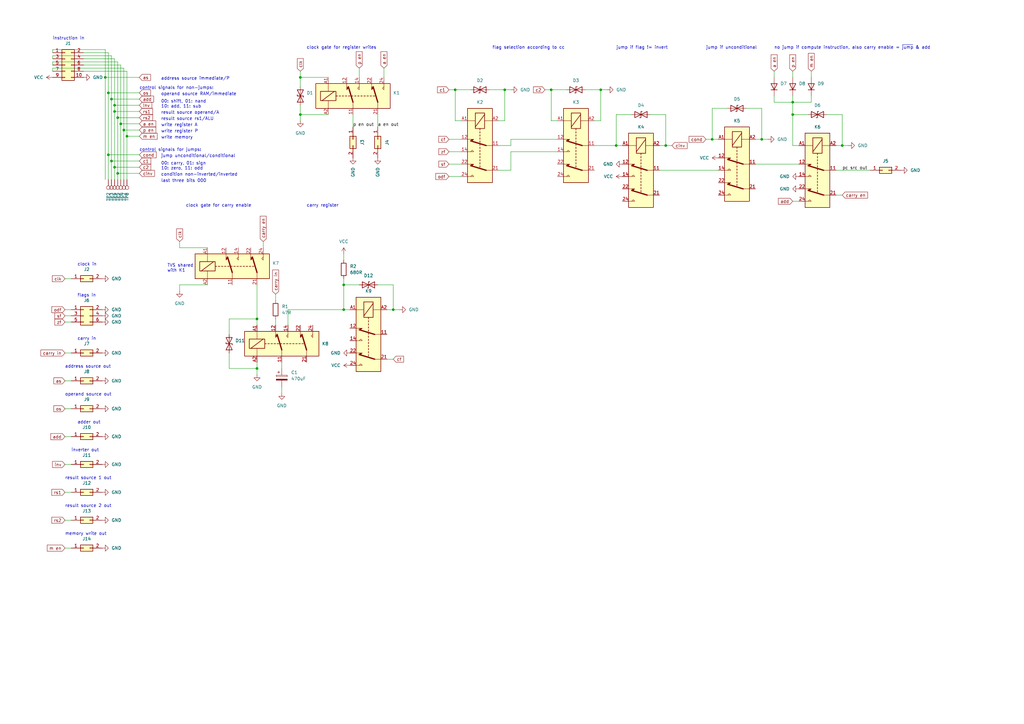
<source format=kicad_sch>
(kicad_sch (version 20230121) (generator eeschema)
  (paper "A3")
  (lib_symbols
    (symbol "Connector:TestPoint" (pin_numbers hide) (pin_names (offset 0.762) hide)
      (property "Reference" "TP" (at 0 6.858 0))
      (property "Value" "TestPoint" (at 0 5.08 0))
      (symbol "TestPoint_0_1"
        (circle (center 0 3.302) (radius 0.762))
      )
      (symbol "TestPoint_1_1"
        (pin passive line (at 0 0 90) (length 2.54) (name "1") (number "1"))
      )
    )
    (symbol "Connector_Generic:Conn_02x01" (pin_names (offset 1.016) hide)
      (property "Reference" "J" (at 1.27 2.54 0))
      (property "Value" "Conn_02x01" (at 1.27 -2.54 0))
      (symbol "Conn_02x01_1_1"
        (rectangle (start -1.27 0.127) (end 0 -0.127) (stroke (width 0.1524)))
        (rectangle (start -1.27 1.27) (end 3.81 -1.27) (stroke (width 0.254)) (fill (type background)))
        (rectangle (start 3.81 0.127) (end 2.54 -0.127) (stroke (width 0.1524)))
        (pin passive line (at -5.08 0 0) (length 3.81) (name "Pin_1") (number "1"))
        (pin passive line (at 7.62 0 180) (length 3.81) (name "Pin_2") (number "2"))
      )
    )
    (symbol "Connector_Generic:Conn_02x03_Odd_Even" (pin_names (offset 1.016) hide)
      (property "Reference" "J" (at 1.27 5.08 0))
      (property "Value" "Conn_02x03_Odd_Even" (at 1.27 -5.08 0))
      (symbol "Conn_02x03_Odd_Even_1_1"
        (rectangle (start -1.27 -2.413) (end 0 -2.667) (stroke (width 0.1524)))
        (rectangle (start -1.27 0.127) (end 0 -0.127) (stroke (width 0.1524)))
        (rectangle (start -1.27 2.667) (end 0 2.413) (stroke (width 0.1524)))
        (rectangle (start -1.27 3.81) (end 3.81 -3.81) (stroke (width 0.254)) (fill (type background)))
        (rectangle (start 3.81 -2.413) (end 2.54 -2.667) (stroke (width 0.1524)))
        (rectangle (start 3.81 0.127) (end 2.54 -0.127) (stroke (width 0.1524)))
        (rectangle (start 3.81 2.667) (end 2.54 2.413) (stroke (width 0.1524)))
        (pin passive line (at -5.08 2.54 0) (length 3.81) (name "Pin_1") (number "1"))
        (pin passive line (at 7.62 2.54 180) (length 3.81) (name "Pin_2") (number "2"))
        (pin passive line (at -5.08 0 0) (length 3.81) (name "Pin_3") (number "3"))
        (pin passive line (at 7.62 0 180) (length 3.81) (name "Pin_4") (number "4"))
        (pin passive line (at -5.08 -2.54 0) (length 3.81) (name "Pin_5") (number "5"))
        (pin passive line (at 7.62 -2.54 180) (length 3.81) (name "Pin_6") (number "6"))
      )
    )
    (symbol "Connector_Generic:Conn_02x05_Odd_Even" (pin_names (offset 1.016) hide)
      (property "Reference" "J" (at 1.27 7.62 0))
      (property "Value" "Conn_02x05_Odd_Even" (at 1.27 -7.62 0))
      (symbol "Conn_02x05_Odd_Even_1_1"
        (rectangle (start -1.27 -4.953) (end 0 -5.207) (stroke (width 0.1524)))
        (rectangle (start -1.27 -2.413) (end 0 -2.667) (stroke (width 0.1524)))
        (rectangle (start -1.27 0.127) (end 0 -0.127) (stroke (width 0.1524)))
        (rectangle (start -1.27 2.667) (end 0 2.413) (stroke (width 0.1524)))
        (rectangle (start -1.27 5.207) (end 0 4.953) (stroke (width 0.1524)))
        (rectangle (start -1.27 6.35) (end 3.81 -6.35) (stroke (width 0.254)) (fill (type background)))
        (rectangle (start 3.81 -4.953) (end 2.54 -5.207) (stroke (width 0.1524)))
        (rectangle (start 3.81 -2.413) (end 2.54 -2.667) (stroke (width 0.1524)))
        (rectangle (start 3.81 0.127) (end 2.54 -0.127) (stroke (width 0.1524)))
        (rectangle (start 3.81 2.667) (end 2.54 2.413) (stroke (width 0.1524)))
        (rectangle (start 3.81 5.207) (end 2.54 4.953) (stroke (width 0.1524)))
        (pin passive line (at -5.08 5.08 0) (length 3.81) (name "Pin_1") (number "1"))
        (pin passive line (at 7.62 -5.08 180) (length 3.81) (name "Pin_10") (number "10"))
        (pin passive line (at 7.62 5.08 180) (length 3.81) (name "Pin_2") (number "2"))
        (pin passive line (at -5.08 2.54 0) (length 3.81) (name "Pin_3") (number "3"))
        (pin passive line (at 7.62 2.54 180) (length 3.81) (name "Pin_4") (number "4"))
        (pin passive line (at -5.08 0 0) (length 3.81) (name "Pin_5") (number "5"))
        (pin passive line (at 7.62 0 180) (length 3.81) (name "Pin_6") (number "6"))
        (pin passive line (at -5.08 -2.54 0) (length 3.81) (name "Pin_7") (number "7"))
        (pin passive line (at 7.62 -2.54 180) (length 3.81) (name "Pin_8") (number "8"))
        (pin passive line (at -5.08 -5.08 0) (length 3.81) (name "Pin_9") (number "9"))
      )
    )
    (symbol "Device:C_Polarized" (pin_numbers hide) (pin_names (offset 0.254))
      (property "Reference" "C" (at 0.635 2.54 0))
      (property "Value" "C_Polarized" (at 0.635 -2.54 0))
      (symbol "C_Polarized_0_1"
        (rectangle (start -2.286 0.508) (end 2.286 1.016))
        (polyline (pts (xy -1.778 2.286) (xy -0.762 2.286)))
        (polyline (pts (xy -1.27 2.794) (xy -1.27 1.778)))
        (rectangle (start 2.286 -0.508) (end -2.286 -1.016) (fill (type outline)))
      )
      (symbol "C_Polarized_1_1"
        (pin passive line (at 0 3.81 270) (length 2.794) (name "~") (number "1"))
        (pin passive line (at 0 -3.81 90) (length 2.794) (name "~") (number "2"))
      )
    )
    (symbol "Device:D" (pin_numbers hide) (pin_names (offset 1.016) hide)
      (property "Reference" "D" (at 0 2.54 0))
      (property "Value" "D" (at 0 -2.54 0))
      (symbol "D_0_1"
        (polyline (pts (xy -1.27 1.27) (xy -1.27 -1.27)) (stroke (width 0.254)))
        (polyline (pts (xy 1.27 0) (xy -1.27 0)))
        (polyline (pts (xy 1.27 1.27) (xy 1.27 -1.27) (xy -1.27 0) (xy 1.27 1.27)) (stroke (width 0.254)))
      )
      (symbol "D_1_1"
        (pin passive line (at -3.81 0 0) (length 2.54) (name "K") (number "1"))
        (pin passive line (at 3.81 0 180) (length 2.54) (name "A") (number "2"))
      )
    )
    (symbol "Device:D_TVS" (pin_numbers hide) (pin_names (offset 1.016) hide)
      (property "Reference" "D" (at 0 2.54 0))
      (property "Value" "D_TVS" (at 0 -2.54 0))
      (symbol "D_TVS_0_1"
        (polyline (pts (xy 1.27 0) (xy -1.27 0)))
        (polyline (pts (xy 0.508 1.27) (xy 0 1.27) (xy 0 -1.27) (xy -0.508 -1.27)) (stroke (width 0.254)))
        (polyline (pts (xy -2.54 1.27) (xy -2.54 -1.27) (xy 2.54 1.27) (xy 2.54 -1.27) (xy -2.54 1.27)) (stroke (width 0.254)))
      )
      (symbol "D_TVS_1_1"
        (pin passive line (at -3.81 0 0) (length 2.54) (name "A1") (number "1"))
        (pin passive line (at 3.81 0 180) (length 2.54) (name "A2") (number "2"))
      )
    )
    (symbol "Device:R" (pin_numbers hide) (pin_names (offset 0))
      (property "Reference" "R" (at 2.032 0 90))
      (property "Value" "R" (at 0 0 90))
      (symbol "R_0_1"
        (rectangle (start -1.016 -2.54) (end 1.016 2.54) (stroke (width 0.254)))
      )
      (symbol "R_1_1"
        (pin passive line (at 0 3.81 270) (length 1.27) (name "~") (number "1"))
        (pin passive line (at 0 -3.81 90) (length 1.27) (name "~") (number "2"))
      )
    )
    (symbol "Relay:Relay_DPDT"
      (property "Reference" "K" (at 16.51 3.81 0))
      (property "Value" "Relay_DPDT" (at 16.51 1.27 0))
      (symbol "Relay_DPDT_0_1"
        (rectangle (start -15.24 5.08) (end 15.24 -5.08) (stroke (width 0.254)) (fill (type background)))
        (rectangle (start -13.335 1.905) (end -6.985 -1.905) (stroke (width 0.254)))
        (polyline (pts (xy -12.7 -1.905) (xy -7.62 1.905)) (stroke (width 0.254)))
        (polyline (pts (xy -10.16 -5.08) (xy -10.16 -1.905)))
        (polyline (pts (xy -10.16 5.08) (xy -10.16 1.905)))
        (polyline (pts (xy -6.985 0) (xy -6.35 0)) (stroke (width 0.254)))
        (polyline (pts (xy -5.715 0) (xy -5.08 0)) (stroke (width 0.254)))
        (polyline (pts (xy -4.445 0) (xy -3.81 0)) (stroke (width 0.254)))
        (polyline (pts (xy -3.175 0) (xy -2.54 0)) (stroke (width 0.254)))
        (polyline (pts (xy -1.905 0) (xy -1.27 0)) (stroke (width 0.254)))
        (polyline (pts (xy -0.635 0) (xy 0 0)) (stroke (width 0.254)))
        (polyline (pts (xy 0 -2.54) (xy -1.905 3.81)) (stroke (width 0.508)))
        (polyline (pts (xy 0 -2.54) (xy 0 -5.08)))
        (polyline (pts (xy 0.635 0) (xy 1.27 0)) (stroke (width 0.254)))
        (polyline (pts (xy 1.905 0) (xy 2.54 0)) (stroke (width 0.254)))
        (polyline (pts (xy 3.175 0) (xy 3.81 0)) (stroke (width 0.254)))
        (polyline (pts (xy 4.445 0) (xy 5.08 0)) (stroke (width 0.254)))
        (polyline (pts (xy 5.715 0) (xy 6.35 0)) (stroke (width 0.254)))
        (polyline (pts (xy 6.985 0) (xy 7.62 0)) (stroke (width 0.254)))
        (polyline (pts (xy 8.255 0) (xy 8.89 0)) (stroke (width 0.254)))
        (polyline (pts (xy 10.16 -2.54) (xy 8.255 3.81)) (stroke (width 0.508)))
        (polyline (pts (xy 10.16 -2.54) (xy 10.16 -5.08)))
        (polyline (pts (xy -2.54 5.08) (xy -2.54 2.54) (xy -1.905 3.175) (xy -2.54 3.81)) (fill (type outline)))
        (polyline (pts (xy 2.54 5.08) (xy 2.54 2.54) (xy 1.905 3.175) (xy 2.54 3.81)))
        (polyline (pts (xy 7.62 5.08) (xy 7.62 2.54) (xy 8.255 3.175) (xy 7.62 3.81)) (fill (type outline)))
        (polyline (pts (xy 12.7 5.08) (xy 12.7 2.54) (xy 12.065 3.175) (xy 12.7 3.81)))
      )
      (symbol "Relay_DPDT_1_1"
        (pin passive line (at 0 -7.62 90) (length 2.54) (name "~") (number "11"))
        (pin passive line (at -2.54 7.62 270) (length 2.54) (name "~") (number "12"))
        (pin passive line (at 2.54 7.62 270) (length 2.54) (name "~") (number "14"))
        (pin passive line (at 10.16 -7.62 90) (length 2.54) (name "~") (number "21"))
        (pin passive line (at 7.62 7.62 270) (length 2.54) (name "~") (number "22"))
        (pin passive line (at 12.7 7.62 270) (length 2.54) (name "~") (number "24"))
        (pin passive line (at -10.16 7.62 270) (length 2.54) (name "~") (number "A1"))
        (pin passive line (at -10.16 -7.62 90) (length 2.54) (name "~") (number "A2"))
      )
    )
    (symbol "power:GND" (power) (pin_names (offset 0))
      (property "Value" "GND" (at 0 -3.81 0))
      (symbol "GND_0_1"
        (polyline (pts (xy 0 0) (xy 0 -1.27) (xy 1.27 -1.27) (xy 0 -2.54) (xy -1.27 -1.27) (xy 0 -1.27)))
      )
      (symbol "GND_1_1"
        (pin power_in line (at 0 0 270) (length 0) hide (name "GND") (number "1"))
      )
    )
    (symbol "power:VCC" (power) (pin_names (offset 0))
      (property "Value" "VCC" (at 0 3.81 0))
      (symbol "VCC_0_1"
        (polyline (pts (xy -0.762 1.27) (xy 0 2.54)))
        (polyline (pts (xy 0 0) (xy 0 2.54)))
        (polyline (pts (xy 0 2.54) (xy 0.762 1.27)))
      )
      (symbol "VCC_1_1"
        (pin power_in line (at 0 0 90) (length 0) hide (name "VCC") (number "1"))
      )
    )
  )
  (junction (at 207.01 36.83))
  (junction (at 252.73 59.69))
  (junction (at 46.99 45.72))
  (junction (at 123.19 31.75))
  (junction (at 105.41 151.13))
  (junction (at 140.97 127))
  (junction (at 50.8 53.34))
  (junction (at 45.72 66.04))
  (junction (at 186.69 36.83))
  (junction (at 312.42 57.15))
  (junction (at 325.12 41.91))
  (junction (at 48.26 71.12))
  (junction (at 345.44 59.69))
  (junction (at 49.53 50.8))
  (junction (at 140.97 116.84))
  (junction (at 123.19 46.99))
  (junction (at 44.45 38.1))
  (junction (at 105.41 130.81))
  (junction (at 292.1 57.15))
  (junction (at 325.12 46.99))
  (junction (at 52.07 55.88))
  (junction (at 161.29 127))
  (junction (at 45.72 40.64))
  (junction (at 46.99 68.58))
  (junction (at 226.06 36.83))
  (junction (at 246.38 36.83))
  (junction (at 273.05 59.69))
  (junction (at 48.26 48.26))
  (junction (at 44.45 63.5))
  (junction (at 46.99 43.18))
  (junction (at 43.18 31.75))
  (wire (pts (xy 26.67 190.5) (xy 29.21 190.5)))
  (wire (pts (xy 186.69 49.53) (xy 189.23 49.53)))
  (wire (pts (xy 273.05 46.99) (xy 266.7 46.99)))
  (wire (pts (xy 209.55 36.83) (xy 207.01 36.83)))
  (wire (pts (xy 44.45 63.5) (xy 44.45 73.66)))
  (wire (pts (xy 44.45 38.1) (xy 44.45 63.5)))
  (wire (pts (xy 140.97 104.14) (xy 140.97 106.68)))
  (wire (pts (xy 312.42 57.15) (xy 314.96 57.15)))
  (wire (pts (xy 161.29 127) (xy 158.75 127)))
  (wire (pts (xy 48.26 71.12) (xy 57.15 71.12)))
  (wire (pts (xy 44.45 38.1) (xy 57.15 38.1)))
  (wire (pts (xy 107.95 99.06) (xy 107.95 101.6)))
  (wire (pts (xy 93.98 137.16) (xy 93.98 130.81)))
  (wire (pts (xy 140.97 114.3) (xy 140.97 116.84)))
  (wire (pts (xy 73.66 116.84) (xy 85.09 116.84)))
  (wire (pts (xy 312.42 44.45) (xy 306.07 44.45)))
  (wire (pts (xy 332.74 39.37) (xy 332.74 41.91)))
  (wire (pts (xy 184.15 57.15) (xy 189.23 57.15)))
  (wire (pts (xy 186.69 49.53) (xy 186.69 36.83)))
  (wire (pts (xy 325.12 39.37) (xy 325.12 41.91)))
  (wire (pts (xy 26.67 132.08) (xy 29.21 132.08)))
  (wire (pts (xy 325.12 41.91) (xy 325.12 46.99)))
  (wire (pts (xy 147.32 116.84) (xy 140.97 116.84)))
  (wire (pts (xy 52.07 55.88) (xy 52.07 73.66)))
  (wire (pts (xy 50.8 53.34) (xy 50.8 73.66)))
  (wire (pts (xy 252.73 46.99) (xy 259.08 46.99)))
  (wire (pts (xy 73.66 101.6) (xy 85.09 101.6)))
  (wire (pts (xy 226.06 49.53) (xy 226.06 36.83)))
  (wire (pts (xy 246.38 49.53) (xy 246.38 36.83)))
  (wire (pts (xy 270.51 59.69) (xy 273.05 59.69)))
  (wire (pts (xy 252.73 59.69) (xy 252.73 46.99)))
  (wire (pts (xy 273.05 59.69) (xy 275.59 59.69)))
  (wire (pts (xy 21.59 25.4) (xy 48.26 25.4)))
  (wire (pts (xy 243.84 49.53) (xy 246.38 49.53)))
  (wire (pts (xy 123.19 31.75) (xy 134.62 31.75)))
  (wire (pts (xy 157.48 27.94) (xy 157.48 31.75)))
  (wire (pts (xy 93.98 144.78) (xy 93.98 151.13)))
  (wire (pts (xy 248.92 36.83) (xy 246.38 36.83)))
  (wire (pts (xy 327.66 59.69) (xy 325.12 59.69)))
  (wire (pts (xy 49.53 50.8) (xy 49.53 73.66)))
  (wire (pts (xy 294.64 57.15) (xy 292.1 57.15)))
  (wire (pts (xy 309.88 67.31) (xy 327.66 67.31)))
  (wire (pts (xy 123.19 43.18) (xy 123.19 46.99)))
  (wire (pts (xy 105.41 151.13) (xy 105.41 148.59)))
  (wire (pts (xy 209.55 69.85) (xy 209.55 62.23)))
  (wire (pts (xy 45.72 66.04) (xy 57.15 66.04)))
  (wire (pts (xy 45.72 22.86) (xy 45.72 40.64)))
  (wire (pts (xy 325.12 41.91) (xy 332.74 41.91)))
  (wire (pts (xy 209.55 62.23) (xy 228.6 62.23)))
  (wire (pts (xy 44.45 21.59) (xy 44.45 38.1)))
  (wire (pts (xy 93.98 130.81) (xy 105.41 130.81)))
  (wire (pts (xy 26.67 114.3) (xy 29.21 114.3)))
  (wire (pts (xy 48.26 48.26) (xy 57.15 48.26)))
  (wire (pts (xy 184.15 67.31) (xy 189.23 67.31)))
  (wire (pts (xy 325.12 82.55) (xy 327.66 82.55)))
  (wire (pts (xy 49.53 26.67) (xy 49.53 50.8)))
  (wire (pts (xy 317.5 29.21) (xy 317.5 31.75)))
  (wire (pts (xy 345.44 46.99) (xy 339.09 46.99)))
  (wire (pts (xy 325.12 46.99) (xy 331.47 46.99)))
  (wire (pts (xy 21.59 21.59) (xy 21.59 20.32)))
  (wire (pts (xy 26.67 156.21) (xy 29.21 156.21)))
  (wire (pts (xy 21.59 24.13) (xy 21.59 22.86)))
  (wire (pts (xy 52.07 55.88) (xy 57.15 55.88)))
  (wire (pts (xy 21.59 22.86) (xy 45.72 22.86)))
  (wire (pts (xy 26.67 201.93) (xy 29.21 201.93)))
  (wire (pts (xy 46.99 43.18) (xy 46.99 45.72)))
  (wire (pts (xy 105.41 151.13) (xy 105.41 153.67)))
  (wire (pts (xy 21.59 20.32) (xy 43.18 20.32)))
  (wire (pts (xy 345.44 59.69) (xy 347.98 59.69)))
  (wire (pts (xy 34.29 21.59) (xy 44.45 21.59)))
  (wire (pts (xy 115.57 148.59) (xy 115.57 151.13)))
  (wire (pts (xy 26.67 144.78) (xy 29.21 144.78)))
  (wire (pts (xy 154.94 46.99) (xy 154.94 52.07)))
  (wire (pts (xy 226.06 36.83) (xy 232.41 36.83)))
  (wire (pts (xy 332.74 29.21) (xy 332.74 31.75)))
  (wire (pts (xy 123.19 35.56) (xy 123.19 31.75)))
  (wire (pts (xy 26.67 167.64) (xy 29.21 167.64)))
  (wire (pts (xy 45.72 40.64) (xy 57.15 40.64)))
  (wire (pts (xy 73.66 119.38) (xy 73.66 116.84)))
  (wire (pts (xy 184.15 62.23) (xy 189.23 62.23)))
  (wire (pts (xy 292.1 57.15) (xy 292.1 44.45)))
  (wire (pts (xy 289.56 57.15) (xy 292.1 57.15)))
  (wire (pts (xy 161.29 127) (xy 163.83 127)))
  (wire (pts (xy 45.72 40.64) (xy 45.72 66.04)))
  (wire (pts (xy 50.8 27.94) (xy 50.8 53.34)))
  (wire (pts (xy 252.73 59.69) (xy 255.27 59.69)))
  (wire (pts (xy 46.99 24.13) (xy 46.99 43.18)))
  (wire (pts (xy 342.9 80.01) (xy 345.44 80.01)))
  (wire (pts (xy 113.03 130.81) (xy 113.03 133.35)))
  (wire (pts (xy 184.15 72.39) (xy 189.23 72.39)))
  (wire (pts (xy 325.12 29.21) (xy 325.12 31.75)))
  (wire (pts (xy 43.18 31.75) (xy 43.18 73.66)))
  (wire (pts (xy 204.47 59.69) (xy 209.55 59.69)))
  (wire (pts (xy 49.53 50.8) (xy 57.15 50.8)))
  (wire (pts (xy 147.32 27.94) (xy 147.32 31.75)))
  (wire (pts (xy 223.52 36.83) (xy 226.06 36.83)))
  (wire (pts (xy 207.01 49.53) (xy 207.01 36.83)))
  (wire (pts (xy 184.15 36.83) (xy 186.69 36.83)))
  (wire (pts (xy 140.97 127) (xy 143.51 127)))
  (wire (pts (xy 46.99 43.18) (xy 57.15 43.18)))
  (wire (pts (xy 273.05 59.69) (xy 273.05 46.99)))
  (wire (pts (xy 26.67 213.36) (xy 29.21 213.36)))
  (wire (pts (xy 312.42 57.15) (xy 312.42 44.45)))
  (wire (pts (xy 209.55 59.69) (xy 209.55 57.15)))
  (wire (pts (xy 118.11 127) (xy 140.97 127)))
  (wire (pts (xy 161.29 116.84) (xy 161.29 127)))
  (wire (pts (xy 207.01 36.83) (xy 200.66 36.83)))
  (wire (pts (xy 317.5 39.37) (xy 317.5 41.91)))
  (wire (pts (xy 115.57 158.75) (xy 115.57 161.29)))
  (wire (pts (xy 50.8 53.34) (xy 57.15 53.34)))
  (wire (pts (xy 243.84 59.69) (xy 252.73 59.69)))
  (wire (pts (xy 46.99 68.58) (xy 57.15 68.58)))
  (wire (pts (xy 48.26 71.12) (xy 48.26 73.66)))
  (wire (pts (xy 34.29 29.21) (xy 52.07 29.21)))
  (wire (pts (xy 105.41 116.84) (xy 105.41 130.81)))
  (wire (pts (xy 21.59 26.67) (xy 21.59 25.4)))
  (wire (pts (xy 34.29 26.67) (xy 49.53 26.67)))
  (wire (pts (xy 43.18 31.75) (xy 57.15 31.75)))
  (wire (pts (xy 73.66 101.6) (xy 73.66 99.06)))
  (wire (pts (xy 345.44 59.69) (xy 345.44 46.99)))
  (wire (pts (xy 48.26 25.4) (xy 48.26 48.26)))
  (wire (pts (xy 342.9 59.69) (xy 345.44 59.69)))
  (wire (pts (xy 309.88 57.15) (xy 312.42 57.15)))
  (wire (pts (xy 113.03 120.65) (xy 113.03 123.19)))
  (wire (pts (xy 123.19 31.75) (xy 123.19 29.21)))
  (wire (pts (xy 317.5 41.91) (xy 325.12 41.91)))
  (wire (pts (xy 52.07 29.21) (xy 52.07 55.88)))
  (wire (pts (xy 325.12 59.69) (xy 325.12 46.99)))
  (wire (pts (xy 105.41 130.81) (xy 105.41 133.35)))
  (wire (pts (xy 204.47 69.85) (xy 209.55 69.85)))
  (wire (pts (xy 21.59 29.21) (xy 21.59 27.94)))
  (wire (pts (xy 45.72 66.04) (xy 45.72 73.66)))
  (wire (pts (xy 123.19 49.53) (xy 123.19 46.99)))
  (wire (pts (xy 123.19 46.99) (xy 134.62 46.99)))
  (wire (pts (xy 46.99 45.72) (xy 57.15 45.72)))
  (wire (pts (xy 186.69 36.83) (xy 193.04 36.83)))
  (wire (pts (xy 48.26 48.26) (xy 48.26 71.12)))
  (wire (pts (xy 292.1 44.45) (xy 298.45 44.45)))
  (wire (pts (xy 21.59 27.94) (xy 50.8 27.94)))
  (wire (pts (xy 226.06 49.53) (xy 228.6 49.53)))
  (wire (pts (xy 118.11 133.35) (xy 118.11 127)))
  (wire (pts (xy 246.38 36.83) (xy 240.03 36.83)))
  (wire (pts (xy 34.29 24.13) (xy 46.99 24.13)))
  (wire (pts (xy 209.55 57.15) (xy 228.6 57.15)))
  (wire (pts (xy 270.51 69.85) (xy 294.64 69.85)))
  (wire (pts (xy 46.99 45.72) (xy 46.99 68.58)))
  (wire (pts (xy 140.97 116.84) (xy 140.97 127)))
  (wire (pts (xy 158.75 147.32) (xy 161.29 147.32)))
  (wire (pts (xy 154.94 116.84) (xy 161.29 116.84)))
  (wire (pts (xy 44.45 63.5) (xy 57.15 63.5)))
  (wire (pts (xy 43.18 20.32) (xy 43.18 31.75)))
  (wire (pts (xy 144.78 46.99) (xy 144.78 52.07)))
  (wire (pts (xy 26.67 179.07) (xy 29.21 179.07)))
  (wire (pts (xy 46.99 68.58) (xy 46.99 73.66)))
  (wire (pts (xy 26.67 224.79) (xy 29.21 224.79)))
  (wire (pts (xy 26.67 129.54) (xy 29.21 129.54)))
  (wire (pts (xy 342.9 69.85) (xy 356.87 69.85)))
  (wire (pts (xy 93.98 151.13) (xy 105.41 151.13)))
  (wire (pts (xy 26.67 127) (xy 29.21 127)))
  (wire (pts (xy 204.47 49.53) (xy 207.01 49.53)))
  (text "result source 2 out\n" (at 26.67 208.28 0) (effects (font (size 1.27 1.27)) (justify left bottom)))
  (text "control signals for jumps:" (at 57.15 62.23 0) (effects (font (size 1.27 1.27)) (justify left bottom)))
  (text "address source out" (at 26.67 151.13 0) (effects (font (size 1.27 1.27)) (justify left bottom)))
  (text "jump unconditional/conditional" (at 66.04 64.77 0) (effects (font (size 1.27 1.27)) (justify left bottom)))
  (text "carry register" (at 125.73 85.09 0) (effects (font (size 1.27 1.27)) (justify left bottom)))
  (text "instruction in" (at 21.59 16.51 0) (effects (font (size 1.27 1.27)) (justify left bottom)))
  (text "write register P" (at 66.04 54.61 0) (effects (font (size 1.27 1.27)) (justify left bottom)))
  (text "flags in" (at 31.75 121.92 0) (effects (font (size 1.27 1.27)) (justify left bottom)))
  (text "clock gate for register writes" (at 125.73 20.32 0) (effects (font (size 1.27 1.27)) (justify left bottom)))
  (text "result source 1 out" (at 26.67 196.85 0) (effects (font (size 1.27 1.27)) (justify left bottom)))
  (text "carry in" (at 31.75 139.7 0) (effects (font (size 1.27 1.27)) (justify left bottom)))
  (text "jump if flag != invert" (at 252.73 20.32 0) (effects (font (size 1.27 1.27)) (justify left bottom)))
  (text "00: carry, 01: sign\n10: zero, 11: odd" (at 66.04 69.85 0) (effects (font (size 1.27 1.27)) (justify left bottom)))
  (text "last three bits 000" (at 66.04 74.93 0) (effects (font (size 1.27 1.27)) (justify left bottom)))
  (text "flag selection according to cc" (at 201.93 20.32 0) (effects (font (size 1.27 1.27)) (justify left bottom)))
  (text "jump if unconditional" (at 289.56 20.32 0) (effects (font (size 1.27 1.27)) (justify left bottom)))
  (text "result source rs1/ALU" (at 66.04 49.53 0) (effects (font (size 1.27 1.27)) (justify left bottom)))
  (text "memory write out" (at 26.67 219.71 0) (effects (font (size 1.27 1.27)) (justify left bottom)))
  (text "operand source out" (at 26.67 162.56 0) (effects (font (size 1.27 1.27)) (justify left bottom)))
  (text "00: shift, 01: nand\n10: add, 11: sub" (at 66.04 44.45 0) (effects (font (size 1.27 1.27)) (justify left bottom)))
  (text "write memory" (at 66.04 57.15 0) (effects (font (size 1.27 1.27)) (justify left bottom)))
  (text "TVS shared\nwith K1" (at 68.58 111.76 0) (effects (font (size 1.27 1.27)) (justify left bottom)))
  (text "write register A" (at 66.04 52.07 0) (effects (font (size 1.27 1.27)) (justify left bottom)))
  (text "condition non-inverted/inverted" (at 66.04 72.39 0) (effects (font (size 1.27 1.27)) (justify left bottom)))
  (text "no jump if compute instruction, also carry enable = ~{jump} & add" (at 317.5 20.32 0) (effects (font (size 1.27 1.27)) (justify left bottom)))
  (text "clock gate for carry enable" (at 76.2 85.09 0) (effects (font (size 1.27 1.27)) (justify left bottom)))
  (text "operand source RAM/immediate" (at 66.04 39.37 0) (effects (font (size 1.27 1.27)) (justify left bottom)))
  (text "result source operand/A" (at 66.04 46.99 0) (effects (font (size 1.27 1.27)) (justify left bottom)))
  (text "adder out" (at 31.75 173.99 0) (effects (font (size 1.27 1.27)) (justify left bottom)))
  (text "control signals for non-jumps:" (at 57.15 36.83 0) (effects (font (size 1.27 1.27)) (justify left bottom)))
  (text "address source immediate/P" (at 66.04 33.02 0) (effects (font (size 1.27 1.27)) (justify left bottom)))
  (text "inverter out" (at 29.21 185.42 0) (effects (font (size 1.27 1.27)) (justify left bottom)))
  (text "clock in" (at 31.75 109.22 0) (effects (font (size 1.27 1.27)) (justify left bottom)))
  (label "a en out" (at 154.94 52.07 0))
  (label "p en out" (at 144.78 52.07 0))
  (label "pc src out" (at 345.44 69.85 0))
  (global_label "as" (shape input) (at 26.67 156.21 180) (property "Intersheetrefs" "${INTERSHEET_REFS}" (effects hide)))
  (global_label "odf" (shape input) (at 184.15 72.39 180) (property "Intersheetrefs" "${INTERSHEET_REFS}" (effects hide)))
  (global_label "rs2" (shape input) (at 26.67 213.36 180) (property "Intersheetrefs" "${INTERSHEET_REFS}" (effects hide)))
  (global_label "add" (shape input) (at 325.12 82.55 180) (property "Intersheetrefs" "${INTERSHEET_REFS}" (effects hide)))
  (global_label "inv" (shape input) (at 57.15 43.18 0) (property "Intersheetrefs" "${INTERSHEET_REFS}" (effects hide)))
  (global_label "c1" (shape input) (at 184.15 36.83 180) (property "Intersheetrefs" "${INTERSHEET_REFS}" (effects hide)))
  (global_label "p en" (shape input) (at 147.32 27.94 90) (property "Intersheetrefs" "${INTERSHEET_REFS}" (effects hide)))
  (global_label "c1" (shape input) (at 57.15 66.04 0) (property "Intersheetrefs" "${INTERSHEET_REFS}" (effects hide)))
  (global_label "cond" (shape input) (at 57.15 63.5 0) (property "Intersheetrefs" "${INTERSHEET_REFS}" (effects hide)))
  (global_label "zf" (shape input) (at 26.67 132.08 180) (property "Intersheetrefs" "${INTERSHEET_REFS}" (effects hide)))
  (global_label "rs1" (shape input) (at 26.67 201.93 180) (property "Intersheetrefs" "${INTERSHEET_REFS}" (effects hide)))
  (global_label "rs2" (shape input) (at 57.15 48.26 0) (property "Intersheetrefs" "${INTERSHEET_REFS}" (effects hide)))
  (global_label "a en" (shape input) (at 57.15 50.8 0) (property "Intersheetrefs" "${INTERSHEET_REFS}" (effects hide)))
  (global_label "a en" (shape input) (at 157.48 27.94 90) (property "Intersheetrefs" "${INTERSHEET_REFS}" (effects hide)))
  (global_label "m en" (shape input) (at 332.74 29.21 90) (property "Intersheetrefs" "${INTERSHEET_REFS}" (effects hide)))
  (global_label "c2" (shape input) (at 57.15 68.58 0) (property "Intersheetrefs" "${INTERSHEET_REFS}" (effects hide)))
  (global_label "zf" (shape input) (at 184.15 62.23 180) (property "Intersheetrefs" "${INTERSHEET_REFS}" (effects hide)))
  (global_label "cinv" (shape input) (at 57.15 71.12 0) (property "Intersheetrefs" "${INTERSHEET_REFS}" (effects hide)))
  (global_label "carry en" (shape input) (at 107.95 99.06 90) (property "Intersheetrefs" "${INTERSHEET_REFS}" (effects hide)))
  (global_label "cf" (shape input) (at 184.15 57.15 180) (property "Intersheetrefs" "${INTERSHEET_REFS}" (effects hide)))
  (global_label "inv" (shape input) (at 26.67 190.5 180) (property "Intersheetrefs" "${INTERSHEET_REFS}" (effects hide)))
  (global_label "c2" (shape input) (at 223.52 36.83 180) (property "Intersheetrefs" "${INTERSHEET_REFS}" (effects hide)))
  (global_label "carry in" (shape input) (at 113.03 120.65 90) (property "Intersheetrefs" "${INTERSHEET_REFS}" (effects hide)))
  (global_label "cond" (shape input) (at 289.56 57.15 180) (property "Intersheetrefs" "${INTERSHEET_REFS}" (effects hide)))
  (global_label "m en" (shape input) (at 26.67 224.79 180) (property "Intersheetrefs" "${INTERSHEET_REFS}" (effects hide)))
  (global_label "clk" (shape input) (at 26.67 114.3 180) (property "Intersheetrefs" "${INTERSHEET_REFS}" (effects hide)))
  (global_label "clk" (shape input) (at 123.19 29.21 90) (property "Intersheetrefs" "${INTERSHEET_REFS}" (effects hide)))
  (global_label "a en" (shape input) (at 317.5 29.21 90) (property "Intersheetrefs" "${INTERSHEET_REFS}" (effects hide)))
  (global_label "odf" (shape input) (at 26.67 127 180) (property "Intersheetrefs" "${INTERSHEET_REFS}" (effects hide)))
  (global_label "as" (shape input) (at 57.15 31.75 0) (property "Intersheetrefs" "${INTERSHEET_REFS}" (effects hide)))
  (global_label "add" (shape input) (at 26.67 179.07 180) (property "Intersheetrefs" "${INTERSHEET_REFS}" (effects hide)))
  (global_label "p en" (shape input) (at 325.12 29.21 90) (property "Intersheetrefs" "${INTERSHEET_REFS}" (effects hide)))
  (global_label "os" (shape input) (at 26.67 167.64 180) (property "Intersheetrefs" "${INTERSHEET_REFS}" (effects hide)))
  (global_label "m en" (shape input) (at 57.15 55.88 0) (property "Intersheetrefs" "${INTERSHEET_REFS}" (effects hide)))
  (global_label "os" (shape input) (at 57.15 38.1 0) (property "Intersheetrefs" "${INTERSHEET_REFS}" (effects hide)))
  (global_label "p en" (shape input) (at 57.15 53.34 0) (property "Intersheetrefs" "${INTERSHEET_REFS}" (effects hide)))
  (global_label "cf" (shape input) (at 161.29 147.32 0) (property "Intersheetrefs" "${INTERSHEET_REFS}" (effects hide)))
  (global_label "clk" (shape input) (at 73.66 99.06 90) (property "Intersheetrefs" "${INTERSHEET_REFS}" (effects hide)))
  (global_label "carry en" (shape input) (at 345.44 80.01 0) (property "Intersheetrefs" "${INTERSHEET_REFS}" (effects hide)))
  (global_label "carry in" (shape input) (at 26.67 144.78 180) (property "Intersheetrefs" "${INTERSHEET_REFS}" (effects hide)))
  (global_label "add" (shape input) (at 57.15 40.64 0) (property "Intersheetrefs" "${INTERSHEET_REFS}" (effects hide)))
  (global_label "cinv" (shape input) (at 275.59 59.69 0) (property "Intersheetrefs" "${INTERSHEET_REFS}" (effects hide)))
  (global_label "sf" (shape input) (at 184.15 67.31 180) (property "Intersheetrefs" "${INTERSHEET_REFS}" (effects hide)))
  (global_label "rs1" (shape input) (at 57.15 45.72 0) (property "Intersheetrefs" "${INTERSHEET_REFS}" (effects hide)))
  (global_label "sf" (shape input) (at 26.67 129.54 180) (property "Intersheetrefs" "${INTERSHEET_REFS}" (effects hide)))
  (symbol (lib_id "Connector_Generic:Conn_02x01") (at 34.29 156.21 0) (unit 1)
    (property "Reference" "J8" (at 35.56 152.4 0))
    (property "Value" "Conn_02x01" (effects hide))
    (property "Footprint" "Connector_PinHeader_2.54mm:PinHeader_1x02_P2.54mm_Vertical" (effects hide))
  )
  (symbol (lib_id "power:GND") (at 41.91 167.64 90) (unit 1)
    (property "Reference" "#PWR029" (effects hide))
    (property "Value" "GND" (at 45.72 167.64 90) (effects (justify right)))
  )
  (symbol (lib_id "Connector:TestPoint") (at 45.72 73.66 180) (unit 1)
    (property "Reference" "TP3" (at 45.72 82.55 90) (effects (justify right)))
    (property "Value" "TestPoint" (effects hide))
    (property "Footprint" "TestPoint:TestPoint_Pad_D1.5mm" (effects hide))
  )
  (symbol (lib_id "power:GND") (at 41.91 190.5 90) (unit 1)
    (property "Reference" "#PWR031" (effects hide))
    (property "Value" "GND" (at 45.72 190.5 90) (effects (justify right)))
  )
  (symbol (lib_id "Connector_Generic:Conn_02x01") (at 154.94 57.15 270) (unit 1)
    (property "Reference" "J4" (at 158.75 58.42 0))
    (property "Value" "Conn_02x01" (effects hide))
    (property "Footprint" "Connector_PinHeader_2.54mm:PinHeader_1x02_P2.54mm_Vertical" (effects hide))
  )
  (symbol (lib_id "power:GND") (at 255.27 67.31 270) (unit 1)
    (property "Reference" "#PWR014" (effects hide))
    (property "Value" "GND" (at 251.46 67.31 90) (effects (justify right)))
  )
  (symbol (lib_id "Connector_Generic:Conn_02x01") (at 34.29 201.93 0) (unit 1)
    (property "Reference" "J12" (at 35.56 198.12 0))
    (property "Value" "Conn_02x01" (effects hide))
    (property "Footprint" "Connector_PinHeader_2.54mm:PinHeader_1x02_P2.54mm_Vertical" (effects hide))
  )
  (symbol (lib_id "Connector:TestPoint") (at 50.8 73.66 180) (unit 1)
    (property "Reference" "TP7" (at 50.8 82.55 90) (effects (justify right)))
    (property "Value" "TestPoint" (effects hide))
    (property "Footprint" "TestPoint:TestPoint_Pad_D1.5mm" (effects hide))
  )
  (symbol (lib_id "power:VCC") (at 294.64 64.77 90) (unit 1)
    (property "Reference" "#PWR016" (effects hide))
    (property "Value" "VCC" (at 290.83 64.77 90) (effects (justify left)))
  )
  (symbol (lib_id "Device:D_TVS") (at 236.22 36.83 180) (unit 1)
    (property "Reference" "D3" (at 236.22 33.02 0))
    (property "Value" "SMAJ14CA" (effects hide))
    (property "Footprint" "Diode_SMD:D_SMA_Handsoldering" (effects hide))
    (property "Datasheet" "https://goodarksemi.com/docs/datasheets/transient_voltage_suppressors/SMAJx.pdf" (effects hide))
  )
  (symbol (lib_id "power:GND") (at 41.91 179.07 90) (unit 1)
    (property "Reference" "#PWR030" (effects hide))
    (property "Value" "GND" (at 45.72 179.07 90) (effects (justify right)))
  )
  (symbol (lib_id "power:VCC") (at 143.51 149.86 90) (unit 1)
    (property "Reference" "#PWR035" (effects hide))
    (property "Value" "VCC" (at 139.7 149.86 90) (effects (justify left)))
  )
  (symbol (lib_id "Connector_Generic:Conn_02x01") (at 34.29 224.79 0) (unit 1)
    (property "Reference" "J14" (at 35.56 220.98 0))
    (property "Value" "Conn_02x01" (effects hide))
    (property "Footprint" "Connector_PinHeader_2.54mm:PinHeader_1x02_P2.54mm_Vertical" (effects hide))
  )
  (symbol (lib_id "power:GND") (at 123.19 49.53 0) (unit 1)
    (property "Reference" "#PWR04" (effects hide))
    (property "Value" "GND" (at 123.19 54.61 0))
  )
  (symbol (lib_id "power:GND") (at 369.57 69.85 90) (unit 1)
    (property "Reference" "#PWR07" (effects hide))
    (property "Value" "GND" (at 373.38 69.85 90) (effects (justify right)))
  )
  (symbol (lib_id "Relay:Relay_DPDT") (at 95.25 109.22 0) (unit 1)
    (property "Reference" "K7" (at 111.76 107.95 0) (effects (justify left)))
    (property "Value" "J104D2C12VDC.15S" (effects hide))
    (property "Footprint" "Relay_THT:Relay_DPDT_Finder_30.22" (effects hide))
    (property "Datasheet" "https://www.citrelay.com/Catalog%20Pages/RelayCatalog/J104D.pdf" (effects hide))
  )
  (symbol (lib_id "Device:R") (at 140.97 110.49 0) (unit 1)
    (property "Reference" "R2" (at 143.51 109.22 0) (effects (justify left)))
    (property "Value" "680R" (at 143.51 111.76 0) (effects (justify left)))
    (property "Footprint" "Resistor_SMD:R_0805_2012Metric_Pad1.20x1.40mm_HandSolder" (effects hide))
  )
  (symbol (lib_id "power:GND") (at 73.66 119.38 0) (unit 1)
    (property "Reference" "#PWR020" (effects hide))
    (property "Value" "GND" (at 73.66 124.46 0))
  )
  (symbol (lib_id "Connector:TestPoint") (at 48.26 73.66 180) (unit 1)
    (property "Reference" "TP5" (at 48.26 82.55 90) (effects (justify right)))
    (property "Value" "TestPoint" (effects hide))
    (property "Footprint" "TestPoint:TestPoint_Pad_D1.5mm" (effects hide))
  )
  (symbol (lib_id "power:VCC") (at 21.59 31.75 90) (unit 1)
    (property "Reference" "#PWR01" (effects hide))
    (property "Value" "VCC" (at 17.78 31.75 90) (effects (justify left)))
  )
  (symbol (lib_id "power:VCC") (at 255.27 72.39 90) (unit 1)
    (property "Reference" "#PWR013" (effects hide))
    (property "Value" "VCC" (at 251.46 72.39 90) (effects (justify left)))
  )
  (symbol (lib_id "power:GND") (at 314.96 57.15 90) (unit 1)
    (property "Reference" "#PWR015" (effects hide))
    (property "Value" "GND" (at 318.77 57.15 90) (effects (justify right)))
  )
  (symbol (lib_id "Relay:Relay_DPDT") (at 151.13 137.16 90) (mirror x) (unit 1)
    (property "Reference" "K9" (at 151.13 119.38 90))
    (property "Value" "J104D2C12VDC.15S" (effects hide))
    (property "Footprint" "Relay_THT:Relay_DPDT_Finder_30.22" (effects hide))
    (property "Datasheet" "https://www.citrelay.com/Catalog%20Pages/RelayCatalog/J104D.pdf" (effects hide))
  )
  (symbol (lib_id "power:GND") (at 327.66 72.39 270) (unit 1)
    (property "Reference" "#PWR018" (effects hide))
    (property "Value" "GND" (at 323.85 72.39 90) (effects (justify right)))
  )
  (symbol (lib_id "Connector_Generic:Conn_02x05_Odd_Even") (at 26.67 26.67 0) (unit 1)
    (property "Reference" "J1" (at 27.94 17.78 0))
    (property "Value" "BHR-10-VUA" (effects hide))
    (property "Footprint" "Connector_IDC:IDC-Header_2x05_P2.54mm_Vertical" (effects hide))
    (property "Datasheet" "https://app.adam-tech.com/products/download/data_sheet/203218/bhr-xx-vua-data-sheet.pdf" (effects hide))
  )
  (symbol (lib_id "power:GND") (at 41.91 144.78 90) (unit 1)
    (property "Reference" "#PWR021" (effects hide))
    (property "Value" "GND" (at 45.72 144.78 90) (effects (justify right)))
  )
  (symbol (lib_id "power:VCC") (at 140.97 104.14 0) (unit 1)
    (property "Reference" "#PWR025" (effects hide))
    (property "Value" "VCC" (at 140.97 99.06 0))
  )
  (symbol (lib_id "Connector_Generic:Conn_02x01") (at 34.29 190.5 0) (unit 1)
    (property "Reference" "J11" (at 35.56 186.69 0))
    (property "Value" "Conn_02x01" (effects hide))
    (property "Footprint" "Connector_PinHeader_2.54mm:PinHeader_1x02_P2.54mm_Vertical" (effects hide))
  )
  (symbol (lib_id "Connector_Generic:Conn_02x01") (at 34.29 167.64 0) (unit 1)
    (property "Reference" "J9" (at 35.56 163.83 0))
    (property "Value" "Conn_02x01" (effects hide))
    (property "Footprint" "Connector_PinHeader_2.54mm:PinHeader_1x02_P2.54mm_Vertical" (effects hide))
  )
  (symbol (lib_id "Connector_Generic:Conn_02x01") (at 144.78 57.15 270) (unit 1)
    (property "Reference" "J3" (at 148.59 58.42 0))
    (property "Value" "Conn_02x01" (effects hide))
    (property "Footprint" "Connector_PinHeader_2.54mm:PinHeader_1x02_P2.54mm_Vertical" (effects hide))
  )
  (symbol (lib_id "Device:D_TVS") (at 93.98 140.97 90) (unit 1)
    (property "Reference" "D11" (at 96.52 139.7 90) (effects (justify right)))
    (property "Value" "SMAJ14CA" (effects hide))
    (property "Footprint" "Diode_SMD:D_SMA_Handsoldering" (effects hide))
    (property "Datasheet" "https://goodarksemi.com/docs/datasheets/transient_voltage_suppressors/SMAJx.pdf" (effects hide))
  )
  (symbol (lib_id "power:GND") (at 154.94 64.77 0) (unit 1)
    (property "Reference" "#PWR06" (effects hide))
    (property "Value" "GND" (at 154.94 68.58 90) (effects (justify right)))
  )
  (symbol (lib_id "Connector:TestPoint") (at 52.07 73.66 180) (unit 1)
    (property "Reference" "TP8" (at 52.07 82.55 90) (effects (justify right)))
    (property "Value" "TestPoint" (effects hide))
    (property "Footprint" "TestPoint:TestPoint_Pad_D1.5mm" (effects hide))
  )
  (symbol (lib_id "power:GND") (at 41.91 201.93 90) (unit 1)
    (property "Reference" "#PWR032" (effects hide))
    (property "Value" "GND" (at 45.72 201.93 90) (effects (justify right)))
  )
  (symbol (lib_id "power:GND") (at 163.83 127 90) (unit 1)
    (property "Reference" "#PWR024" (effects hide))
    (property "Value" "GND" (at 167.64 127 90) (effects (justify right)))
  )
  (symbol (lib_id "power:GND") (at 41.91 127 90) (unit 1)
    (property "Reference" "#PWR08" (effects hide))
    (property "Value" "GND" (at 45.72 127 90) (effects (justify right)))
  )
  (symbol (lib_id "Device:D") (at 332.74 35.56 90) (unit 1)
    (property "Reference" "D9" (at 335.28 34.29 90) (effects (justify right)))
    (property "Value" "D" (effects hide))
    (property "Footprint" "Diode_SMD:D_SMA_Handsoldering" (effects hide))
    (property "Sim.Device" "D" (effects hide))
    (property "Sim.Pins" "1=K 2=A" (effects hide))
  )
  (symbol (lib_id "power:GND") (at 41.91 114.3 90) (unit 1)
    (property "Reference" "#PWR03" (effects hide))
    (property "Value" "GND" (at 45.72 114.3 90) (effects (justify right)))
  )
  (symbol (lib_id "power:GND") (at 347.98 59.69 90) (unit 1)
    (property "Reference" "#PWR017" (effects hide))
    (property "Value" "GND" (at 351.79 59.69 90) (effects (justify right)))
  )
  (symbol (lib_id "Connector:TestPoint") (at 49.53 73.66 180) (unit 1)
    (property "Reference" "TP6" (at 49.53 82.55 90) (effects (justify right)))
    (property "Value" "TestPoint" (effects hide))
    (property "Footprint" "TestPoint:TestPoint_Pad_D1.5mm" (effects hide))
  )
  (symbol (lib_id "Device:D") (at 317.5 35.56 90) (unit 1)
    (property "Reference" "D7" (at 320.04 34.29 90) (effects (justify right)))
    (property "Value" "D" (effects hide))
    (property "Footprint" "Diode_SMD:D_SMA_Handsoldering" (effects hide))
    (property "Sim.Device" "D" (effects hide))
    (property "Sim.Pins" "1=K 2=A" (effects hide))
  )
  (symbol (lib_id "Device:D_TVS") (at 196.85 36.83 180) (unit 1)
    (property "Reference" "D2" (at 196.85 33.02 0))
    (property "Value" "SMAJ14CA" (effects hide))
    (property "Footprint" "Diode_SMD:D_SMA_Handsoldering" (effects hide))
    (property "Datasheet" "https://goodarksemi.com/docs/datasheets/transient_voltage_suppressors/SMAJx.pdf" (effects hide))
  )
  (symbol (lib_id "Relay:Relay_DPDT") (at 262.89 69.85 90) (mirror x) (unit 1)
    (property "Reference" "K4" (at 262.89 52.07 90))
    (property "Value" "J104D2C12VDC.15S" (effects hide))
    (property "Footprint" "Relay_THT:Relay_DPDT_Finder_30.22" (effects hide))
    (property "Datasheet" "https://www.citrelay.com/Catalog%20Pages/RelayCatalog/J104D.pdf" (effects hide))
  )
  (symbol (lib_id "Device:R") (at 113.03 127 0) (unit 1)
    (property "Reference" "R1" (at 115.57 125.73 0) (effects (justify left)))
    (property "Value" "47R" (at 115.57 128.27 0) (effects (justify left)))
    (property "Footprint" "Resistor_SMD:R_0805_2012Metric_Pad1.20x1.40mm_HandSolder" (effects hide))
  )
  (symbol (lib_id "power:GND") (at 144.78 64.77 0) (unit 1)
    (property "Reference" "#PWR05" (effects hide))
    (property "Value" "GND" (at 144.78 68.58 90) (effects (justify right)))
  )
  (symbol (lib_id "power:GND") (at 34.29 31.75 90) (unit 1)
    (property "Reference" "#PWR02" (effects hide))
    (property "Value" "GND" (at 38.1 31.75 90) (effects (justify right)))
  )
  (symbol (lib_id "power:GND") (at 41.91 156.21 90) (unit 1)
    (property "Reference" "#PWR028" (effects hide))
    (property "Value" "GND" (at 45.72 156.21 90) (effects (justify right)))
  )
  (symbol (lib_id "power:GND") (at 41.91 213.36 90) (unit 1)
    (property "Reference" "#PWR033" (effects hide))
    (property "Value" "GND" (at 45.72 213.36 90) (effects (justify right)))
  )
  (symbol (lib_id "Device:D_TVS") (at 151.13 116.84 180) (unit 1)
    (property "Reference" "D12" (at 151.13 113.03 0))
    (property "Value" "SMAJ14CA" (effects hide))
    (property "Footprint" "Diode_SMD:D_SMA_Handsoldering" (effects hide))
    (property "Datasheet" "https://goodarksemi.com/docs/datasheets/transient_voltage_suppressors/SMAJx.pdf" (effects hide))
  )
  (symbol (lib_id "Relay:Relay_DPDT") (at 144.78 39.37 0) (unit 1)
    (property "Reference" "K1" (at 161.29 38.1 0) (effects (justify left)))
    (property "Value" "J104D2C12VDC.15S" (effects hide))
    (property "Footprint" "Relay_THT:Relay_DPDT_Finder_30.22" (effects hide))
    (property "Datasheet" "https://www.citrelay.com/Catalog%20Pages/RelayCatalog/J104D.pdf" (effects hide))
  )
  (symbol (lib_id "Relay:Relay_DPDT") (at 115.57 140.97 0) (unit 1)
    (property "Reference" "K8" (at 132.08 140.97 0) (effects (justify left)))
    (property "Value" "J104D2C12VDC.15S" (effects hide))
    (property "Footprint" "Relay_THT:Relay_DPDT_Finder_30.22" (effects hide))
    (property "Datasheet" "https://www.citrelay.com/Catalog%20Pages/RelayCatalog/J104D.pdf" (effects hide))
  )
  (symbol (lib_id "power:GND") (at 41.91 132.08 90) (unit 1)
    (property "Reference" "#PWR010" (effects hide))
    (property "Value" "GND" (at 45.72 132.08 90) (effects (justify right)))
  )
  (symbol (lib_id "Connector_Generic:Conn_02x03_Odd_Even") (at 34.29 129.54 0) (unit 1)
    (property "Reference" "J6" (at 35.56 123.19 0))
    (property "Value" "Conn_02x03_Odd_Even" (effects hide))
    (property "Footprint" "Connector_PinHeader_2.54mm:PinHeader_2x03_P2.54mm_Vertical" (effects hide))
  )
  (symbol (lib_id "power:GND") (at 41.91 129.54 90) (unit 1)
    (property "Reference" "#PWR09" (effects hide))
    (property "Value" "GND" (at 45.72 129.54 90) (effects (justify right)))
  )
  (symbol (lib_id "Device:D") (at 325.12 35.56 90) (unit 1)
    (property "Reference" "D8" (at 327.66 34.29 90) (effects (justify right)))
    (property "Value" "D" (effects hide))
    (property "Footprint" "Diode_SMD:D_SMA_Handsoldering" (effects hide))
    (property "Sim.Device" "D" (effects hide))
    (property "Sim.Pins" "1=K 2=A" (effects hide))
  )
  (symbol (lib_id "power:GND") (at 105.41 153.67 0) (unit 1)
    (property "Reference" "#PWR022" (effects hide))
    (property "Value" "GND" (at 105.41 158.75 0))
  )
  (symbol (lib_id "power:GND") (at 209.55 36.83 90) (unit 1)
    (property "Reference" "#PWR011" (effects hide))
    (property "Value" "GND" (at 213.36 36.83 90) (effects (justify right)))
  )
  (symbol (lib_id "Connector:TestPoint") (at 44.45 73.66 180) (unit 1)
    (property "Reference" "TP2" (at 44.45 82.55 90) (effects (justify right)))
    (property "Value" "TestPoint" (effects hide))
    (property "Footprint" "TestPoint:TestPoint_Pad_D1.5mm" (effects hide))
  )
  (symbol (lib_id "Relay:Relay_DPDT") (at 236.22 59.69 90) (mirror x) (unit 1)
    (property "Reference" "K3" (at 236.22 41.91 90))
    (property "Value" "J104D2C12VDC.15S" (effects hide))
    (property "Footprint" "Relay_THT:Relay_DPDT_Finder_30.22" (effects hide))
    (property "Datasheet" "https://www.citrelay.com/Catalog%20Pages/RelayCatalog/J104D.pdf" (effects hide))
  )
  (symbol (lib_id "Device:C_Polarized") (at 115.57 154.94 0) (unit 1)
    (property "Reference" "C1" (at 119.38 152.781 0) (effects (justify left)))
    (property "Value" "470uF" (at 119.38 155.321 0) (effects (justify left)))
    (property "Footprint" "Capacitor_THT:CP_Radial_D10.0mm_P5.00mm" (effects hide))
  )
  (symbol (lib_id "power:GND") (at 115.57 161.29 0) (unit 1)
    (property "Reference" "#PWR023" (effects hide))
    (property "Value" "GND" (at 115.57 166.37 0))
  )
  (symbol (lib_id "power:GND") (at 143.51 144.78 270) (unit 1)
    (property "Reference" "#PWR036" (effects hide))
    (property "Value" "GND" (at 139.7 144.78 90) (effects (justify right)))
  )
  (symbol (lib_id "Device:D_TVS") (at 262.89 46.99 180) (unit 1)
    (property "Reference" "D4" (at 262.89 43.18 0))
    (property "Value" "SMAJ14CA" (effects hide))
    (property "Footprint" "Diode_SMD:D_SMA_Handsoldering" (effects hide))
    (property "Datasheet" "https://goodarksemi.com/docs/datasheets/transient_voltage_suppressors/SMAJx.pdf" (effects hide))
  )
  (symbol (lib_id "Device:D_TVS") (at 335.28 46.99 180) (unit 1)
    (property "Reference" "D6" (at 335.28 43.18 0))
    (property "Value" "SMAJ14CA" (effects hide))
    (property "Footprint" "Diode_SMD:D_SMA_Handsoldering" (effects hide))
    (property "Datasheet" "https://goodarksemi.com/docs/datasheets/transient_voltage_suppressors/SMAJx.pdf" (effects hide))
  )
  (symbol (lib_id "Relay:Relay_DPDT") (at 196.85 59.69 90) (mirror x) (unit 1)
    (property "Reference" "K2" (at 196.85 41.91 90))
    (property "Value" "J104D2C12VDC.15S" (effects hide))
    (property "Footprint" "Relay_THT:Relay_DPDT_Finder_30.22" (effects hide))
    (property "Datasheet" "https://www.citrelay.com/Catalog%20Pages/RelayCatalog/J104D.pdf" (effects hide))
  )
  (symbol (lib_id "Connector_Generic:Conn_02x01") (at 34.29 114.3 0) (unit 1)
    (property "Reference" "J2" (at 35.56 110.49 0))
    (property "Value" "Conn_02x01" (effects hide))
    (property "Footprint" "Connector_PinHeader_2.54mm:PinHeader_1x02_P2.54mm_Vertical" (effects hide))
  )
  (symbol (lib_id "Relay:Relay_DPDT") (at 302.26 67.31 90) (mirror x) (unit 1)
    (property "Reference" "K5" (at 302.26 49.53 90))
    (property "Value" "J104D2C12VDC.15S" (effects hide))
    (property "Footprint" "Relay_THT:Relay_DPDT_Finder_30.22" (effects hide))
    (property "Datasheet" "https://www.citrelay.com/Catalog%20Pages/RelayCatalog/J104D.pdf" (effects hide))
  )
  (symbol (lib_id "Relay:Relay_DPDT") (at 335.28 69.85 90) (mirror x) (unit 1)
    (property "Reference" "K6" (at 335.28 52.07 90))
    (property "Value" "J104D2C12VDC.15S" (effects hide))
    (property "Footprint" "Relay_THT:Relay_DPDT_Finder_30.22" (effects hide))
    (property "Datasheet" "https://www.citrelay.com/Catalog%20Pages/RelayCatalog/J104D.pdf" (effects hide))
  )
  (symbol (lib_id "Connector_Generic:Conn_02x01") (at 361.95 69.85 0) (unit 1)
    (property "Reference" "J5" (at 363.22 66.04 0))
    (property "Value" "Conn_02x01" (effects hide))
    (property "Footprint" "Connector_PinHeader_2.54mm:PinHeader_1x02_P2.54mm_Vertical" (effects hide))
  )
  (symbol (lib_id "Device:D_TVS") (at 123.19 39.37 90) (unit 1)
    (property "Reference" "D1" (at 125.73 38.1 90) (effects (justify right)))
    (property "Value" "SMAJ14CA" (effects hide))
    (property "Footprint" "Diode_SMD:D_SMA_Handsoldering" (effects hide))
    (property "Datasheet" "https://goodarksemi.com/docs/datasheets/transient_voltage_suppressors/SMAJx.pdf" (effects hide))
  )
  (symbol (lib_id "power:GND") (at 41.91 224.79 90) (unit 1)
    (property "Reference" "#PWR034" (effects hide))
    (property "Value" "GND" (at 45.72 224.79 90) (effects (justify right)))
  )
  (symbol (lib_id "power:GND") (at 248.92 36.83 90) (unit 1)
    (property "Reference" "#PWR012" (effects hide))
    (property "Value" "GND" (at 252.73 36.83 90) (effects (justify right)))
  )
  (symbol (lib_id "power:GND") (at 327.66 77.47 270) (unit 1)
    (property "Reference" "#PWR019" (effects hide))
    (property "Value" "GND" (at 323.85 77.47 90) (effects (justify right)))
  )
  (symbol (lib_id "Connector_Generic:Conn_02x01") (at 34.29 144.78 0) (unit 1)
    (property "Reference" "J7" (at 35.56 140.97 0))
    (property "Value" "Conn_02x01" (effects hide))
    (property "Footprint" "Connector_PinHeader_2.54mm:PinHeader_1x02_P2.54mm_Vertical" (effects hide))
  )
  (symbol (lib_id "Connector_Generic:Conn_02x01") (at 34.29 179.07 0) (unit 1)
    (property "Reference" "J10" (at 35.56 175.26 0))
    (property "Value" "Conn_02x01" (effects hide))
    (property "Footprint" "Connector_PinHeader_2.54mm:PinHeader_1x02_P2.54mm_Vertical" (effects hide))
  )
  (symbol (lib_id "Connector_Generic:Conn_02x01") (at 34.29 213.36 0) (unit 1)
    (property "Reference" "J13" (at 35.56 209.55 0))
    (property "Value" "Conn_02x01" (effects hide))
    (property "Footprint" "Connector_PinHeader_2.54mm:PinHeader_1x02_P2.54mm_Vertical" (effects hide))
  )
  (symbol (lib_id "Connector:TestPoint") (at 46.99 73.66 180) (unit 1)
    (property "Reference" "TP4" (at 46.99 82.55 90) (effects (justify right)))
    (property "Value" "TestPoint" (effects hide))
    (property "Footprint" "TestPoint:TestPoint_Pad_D1.5mm" (effects hide))
  )
  (symbol (lib_id "Device:D_TVS") (at 302.26 44.45 180) (unit 1)
    (property "Reference" "D5" (at 302.26 40.64 0))
    (property "Value" "SMAJ14CA" (effects hide))
    (property "Footprint" "Diode_SMD:D_SMA_Handsoldering" (effects hide))
    (property "Datasheet" "https://goodarksemi.com/docs/datasheets/transient_voltage_suppressors/SMAJx.pdf" (effects hide))
  )
)
</source>
